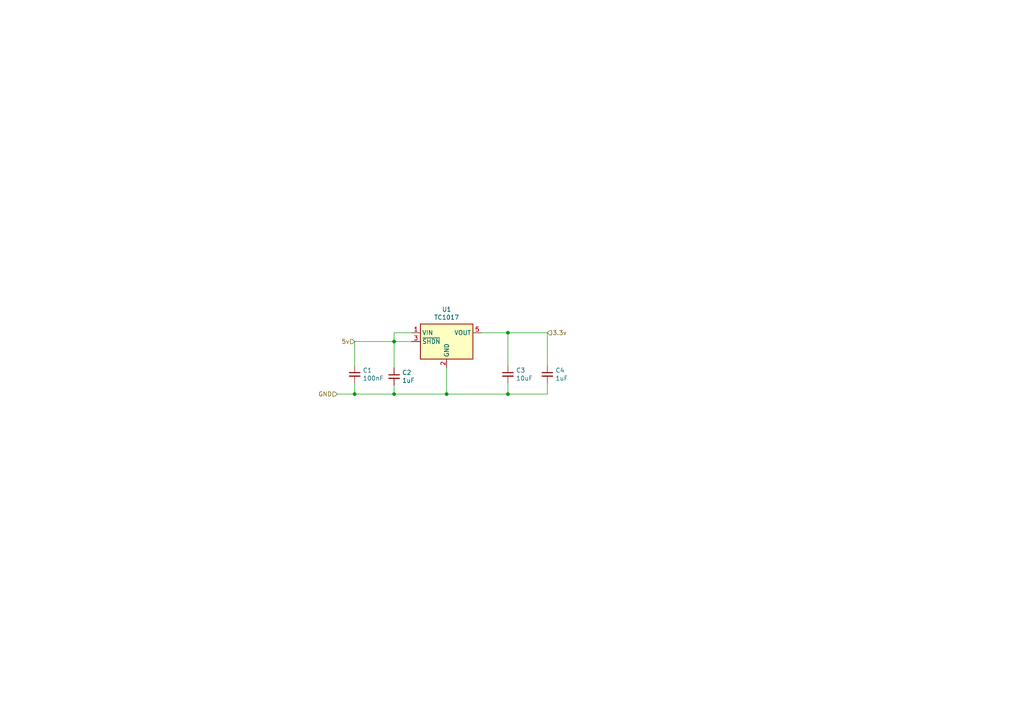
<source format=kicad_sch>
(kicad_sch (version 20211123) (generator eeschema)

  (uuid 1895faed-13c7-4877-930c-ef39a1d7419c)

  (paper "A4")

  (lib_symbols
    (symbol "Device:C_Small" (pin_numbers hide) (pin_names (offset 0.254) hide) (in_bom yes) (on_board yes)
      (property "Reference" "C" (id 0) (at 0.254 1.778 0)
        (effects (font (size 1.27 1.27)) (justify left))
      )
      (property "Value" "C_Small" (id 1) (at 0.254 -2.032 0)
        (effects (font (size 1.27 1.27)) (justify left))
      )
      (property "Footprint" "" (id 2) (at 0 0 0)
        (effects (font (size 1.27 1.27)) hide)
      )
      (property "Datasheet" "~" (id 3) (at 0 0 0)
        (effects (font (size 1.27 1.27)) hide)
      )
      (property "ki_keywords" "capacitor cap" (id 4) (at 0 0 0)
        (effects (font (size 1.27 1.27)) hide)
      )
      (property "ki_description" "Unpolarized capacitor, small symbol" (id 5) (at 0 0 0)
        (effects (font (size 1.27 1.27)) hide)
      )
      (property "ki_fp_filters" "C_*" (id 6) (at 0 0 0)
        (effects (font (size 1.27 1.27)) hide)
      )
      (symbol "C_Small_0_1"
        (polyline
          (pts
            (xy -1.524 -0.508)
            (xy 1.524 -0.508)
          )
          (stroke (width 0.3302) (type default) (color 0 0 0 0))
          (fill (type none))
        )
        (polyline
          (pts
            (xy -1.524 0.508)
            (xy 1.524 0.508)
          )
          (stroke (width 0.3048) (type default) (color 0 0 0 0))
          (fill (type none))
        )
      )
      (symbol "C_Small_1_1"
        (pin passive line (at 0 2.54 270) (length 2.032)
          (name "~" (effects (font (size 1.27 1.27))))
          (number "1" (effects (font (size 1.27 1.27))))
        )
        (pin passive line (at 0 -2.54 90) (length 2.032)
          (name "~" (effects (font (size 1.27 1.27))))
          (number "2" (effects (font (size 1.27 1.27))))
        )
      )
    )
    (symbol "Regulator_Linear:TC1017-xCT" (in_bom yes) (on_board yes)
      (property "Reference" "U" (id 0) (at -6.35 6.35 0)
        (effects (font (size 1.27 1.27)) (justify left))
      )
      (property "Value" "TC1017-xCT" (id 1) (at 0 6.35 0)
        (effects (font (size 1.27 1.27)) (justify left))
      )
      (property "Footprint" "Package_TO_SOT_SMD:SOT-23-5" (id 2) (at -6.35 8.89 0)
        (effects (font (size 1.27 1.27) italic) (justify left) hide)
      )
      (property "Datasheet" "http://ww1.microchip.com/downloads/en/DeviceDoc/21813F.pdf" (id 3) (at 0 -2.54 0)
        (effects (font (size 1.27 1.27)) hide)
      )
      (property "ki_keywords" "LDO Linear Voltage Regulator" (id 4) (at 0 0 0)
        (effects (font (size 1.27 1.27)) hide)
      )
      (property "ki_description" "150mA, Tiny CMOS LDO With Shutdown, SOT-23-5" (id 5) (at 0 0 0)
        (effects (font (size 1.27 1.27)) hide)
      )
      (property "ki_fp_filters" "SOT?23*" (id 6) (at 0 0 0)
        (effects (font (size 1.27 1.27)) hide)
      )
      (symbol "TC1017-xCT_0_1"
        (rectangle (start -7.62 5.08) (end 7.62 -5.08)
          (stroke (width 0.254) (type default) (color 0 0 0 0))
          (fill (type background))
        )
      )
      (symbol "TC1017-xCT_1_1"
        (pin power_in line (at -10.16 2.54 0) (length 2.54)
          (name "VIN" (effects (font (size 1.27 1.27))))
          (number "1" (effects (font (size 1.27 1.27))))
        )
        (pin power_in line (at 0 -7.62 90) (length 2.54)
          (name "GND" (effects (font (size 1.27 1.27))))
          (number "2" (effects (font (size 1.27 1.27))))
        )
        (pin input line (at -10.16 0 0) (length 2.54)
          (name "~{SHDN}" (effects (font (size 1.27 1.27))))
          (number "3" (effects (font (size 1.27 1.27))))
        )
        (pin no_connect line (at 7.62 0 180) (length 2.54) hide
          (name "NC" (effects (font (size 1.27 1.27))))
          (number "4" (effects (font (size 1.27 1.27))))
        )
        (pin power_out line (at 10.16 2.54 180) (length 2.54)
          (name "VOUT" (effects (font (size 1.27 1.27))))
          (number "5" (effects (font (size 1.27 1.27))))
        )
      )
    )
  )

  (junction (at 114.3 99.06) (diameter 0) (color 0 0 0 0)
    (uuid ab46e378-b286-463f-b198-fa1b292e001f)
  )
  (junction (at 147.32 114.3) (diameter 0) (color 0 0 0 0)
    (uuid b30d4eb5-ff8e-4206-8644-40b52649a535)
  )
  (junction (at 129.54 114.3) (diameter 0) (color 0 0 0 0)
    (uuid d276e2cf-6173-486b-8b7f-1486f4217384)
  )
  (junction (at 114.3 114.3) (diameter 0) (color 0 0 0 0)
    (uuid e017670f-3592-40f0-bb60-2fa9132c8497)
  )
  (junction (at 147.32 96.52) (diameter 0) (color 0 0 0 0)
    (uuid ef3840ac-f4f1-40a5-8563-3ff8f7e54123)
  )
  (junction (at 102.87 114.3) (diameter 0) (color 0 0 0 0)
    (uuid fa4c1f79-fc55-46e3-a5ff-78d3f6946920)
  )

  (wire (pts (xy 114.3 111.76) (xy 114.3 114.3))
    (stroke (width 0) (type default) (color 0 0 0 0))
    (uuid 2ef7510f-f9ae-4dfe-8255-386b9e100385)
  )
  (wire (pts (xy 158.75 96.52) (xy 158.75 106.045))
    (stroke (width 0) (type default) (color 0 0 0 0))
    (uuid 35b8fd41-d4cf-46cd-ba4b-cf5b0b8a2711)
  )
  (wire (pts (xy 147.32 114.3) (xy 158.75 114.3))
    (stroke (width 0) (type default) (color 0 0 0 0))
    (uuid 380e0bf5-b23a-442e-a3a3-0abca464b8d9)
  )
  (wire (pts (xy 102.87 99.06) (xy 114.3 99.06))
    (stroke (width 0) (type default) (color 0 0 0 0))
    (uuid 4a33de7a-594e-4871-8e39-80f30fa6c14d)
  )
  (wire (pts (xy 158.75 111.125) (xy 158.75 114.3))
    (stroke (width 0) (type default) (color 0 0 0 0))
    (uuid 4e600505-e989-4e56-857c-17198cc3e53f)
  )
  (wire (pts (xy 114.3 99.06) (xy 114.3 106.68))
    (stroke (width 0) (type default) (color 0 0 0 0))
    (uuid 6c363123-5120-4033-ba14-15f874bebf6c)
  )
  (wire (pts (xy 102.87 106.045) (xy 102.87 99.06))
    (stroke (width 0) (type default) (color 0 0 0 0))
    (uuid 6cce6a3c-9c7f-479f-ada7-0e0f547c68a3)
  )
  (wire (pts (xy 129.54 114.3) (xy 147.32 114.3))
    (stroke (width 0) (type default) (color 0 0 0 0))
    (uuid 76c0afeb-953e-49fc-baf9-03334792c6d8)
  )
  (wire (pts (xy 102.87 111.125) (xy 102.87 114.3))
    (stroke (width 0) (type default) (color 0 0 0 0))
    (uuid 822924c9-7b9e-42c7-a8fc-24856468cc9f)
  )
  (wire (pts (xy 129.54 106.68) (xy 129.54 114.3))
    (stroke (width 0) (type default) (color 0 0 0 0))
    (uuid 99387540-144d-44ae-b1f8-9b6f3117c23a)
  )
  (wire (pts (xy 147.32 96.52) (xy 158.75 96.52))
    (stroke (width 0) (type default) (color 0 0 0 0))
    (uuid b4305404-5524-4a09-bdc5-e59c3a953bac)
  )
  (wire (pts (xy 119.38 96.52) (xy 114.3 96.52))
    (stroke (width 0) (type default) (color 0 0 0 0))
    (uuid c9958cea-170a-4698-badd-330de72451c0)
  )
  (wire (pts (xy 147.32 106.045) (xy 147.32 96.52))
    (stroke (width 0) (type default) (color 0 0 0 0))
    (uuid ca323807-5fef-41b3-a42e-7852c8659eb4)
  )
  (wire (pts (xy 114.3 114.3) (xy 129.54 114.3))
    (stroke (width 0) (type default) (color 0 0 0 0))
    (uuid ce244eb7-1d1b-4782-8c68-9e27e38948a4)
  )
  (wire (pts (xy 114.3 99.06) (xy 119.38 99.06))
    (stroke (width 0) (type default) (color 0 0 0 0))
    (uuid ce617236-adf4-482d-8197-54f068b7b0a7)
  )
  (wire (pts (xy 114.3 99.06) (xy 114.3 96.52))
    (stroke (width 0) (type default) (color 0 0 0 0))
    (uuid ce626b2c-3c37-4642-890a-cd41d9390be9)
  )
  (wire (pts (xy 97.79 114.3) (xy 102.87 114.3))
    (stroke (width 0) (type default) (color 0 0 0 0))
    (uuid d078f526-7973-47d4-8197-6fab44009dfb)
  )
  (wire (pts (xy 102.87 114.3) (xy 114.3 114.3))
    (stroke (width 0) (type default) (color 0 0 0 0))
    (uuid e89bedc7-bc83-4ac6-8c6d-c896b30bb728)
  )
  (wire (pts (xy 147.32 111.125) (xy 147.32 114.3))
    (stroke (width 0) (type default) (color 0 0 0 0))
    (uuid e9af515e-49a8-4391-878d-7cab2ced27ff)
  )
  (wire (pts (xy 139.7 96.52) (xy 147.32 96.52))
    (stroke (width 0) (type default) (color 0 0 0 0))
    (uuid ea24a7b3-5b38-412f-807a-64d76cd204ca)
  )

  (hierarchical_label "3.3v" (shape input) (at 158.75 96.52 0)
    (effects (font (size 1.27 1.27)) (justify left))
    (uuid 37d7638c-c1ed-494b-a661-a246a336138a)
  )
  (hierarchical_label "GND" (shape input) (at 97.79 114.3 180)
    (effects (font (size 1.27 1.27)) (justify right))
    (uuid b8e6958c-b0ff-4d34-bae2-4878bfb278a2)
  )
  (hierarchical_label "5v" (shape input) (at 102.87 99.06 180)
    (effects (font (size 1.27 1.27)) (justify right))
    (uuid f13ab64d-0f6a-45e6-a621-cbd11b60179d)
  )

  (symbol (lib_id "Device:C_Small") (at 158.75 108.585 0) (unit 1)
    (in_bom yes) (on_board yes)
    (uuid 196d1b70-9b37-46c7-aa9e-b41abaaa8c23)
    (property "Reference" "C4" (id 0) (at 161.0868 107.4166 0)
      (effects (font (size 1.27 1.27)) (justify left))
    )
    (property "Value" "1uF" (id 1) (at 161.0868 109.728 0)
      (effects (font (size 1.27 1.27)) (justify left))
    )
    (property "Footprint" "Capacitor_SMD:C_0603_1608Metric" (id 2) (at 158.75 108.585 0)
      (effects (font (size 1.27 1.27)) hide)
    )
    (property "Datasheet" "~" (id 3) (at 158.75 108.585 0)
      (effects (font (size 1.27 1.27)) hide)
    )
    (pin "1" (uuid 8ca94593-fae4-4e27-8e47-a1ebb5408ce2))
    (pin "2" (uuid 487d3a00-51ed-49de-86ca-2ccd7978cdde))
  )

  (symbol (lib_id "Regulator_Linear:TC1017-xCT") (at 129.54 99.06 0) (unit 1)
    (in_bom yes) (on_board yes)
    (uuid 673b772a-b7c6-480f-97cf-a61f161efbae)
    (property "Reference" "U1" (id 0) (at 129.54 89.7382 0))
    (property "Value" "TC1017" (id 1) (at 129.54 92.0496 0))
    (property "Footprint" "Package_TO_SOT_SMD:SOT-23-5" (id 2) (at 123.19 90.17 0)
      (effects (font (size 1.27 1.27) italic) (justify left) hide)
    )
    (property "Datasheet" "http://ww1.microchip.com/downloads/en/DeviceDoc/21813F.pdf" (id 3) (at 129.54 101.6 0)
      (effects (font (size 1.27 1.27)) hide)
    )
    (property "MPN" "TC1017-3.3VCTTR" (id 4) (at 129.54 99.06 0)
      (effects (font (size 1.27 1.27)) hide)
    )
    (property "Digi-Key_PN" "TC1017-3.3VCTCT-ND" (id 5) (at 129.54 99.06 0)
      (effects (font (size 1.27 1.27)) hide)
    )
    (pin "1" (uuid 48c4b97e-b889-46d9-a3a6-42ba55a4db2e))
    (pin "2" (uuid 49f353e6-cd7a-4df7-8f7c-86f81c4a39b2))
    (pin "3" (uuid 2a17e0de-8ae3-469a-a375-39a9ed88a8fa))
    (pin "4" (uuid cee2a27f-992e-4b81-8f94-89480b79f4cd))
    (pin "5" (uuid 7893a606-170c-47b5-ba21-c7c4c2383e54))
  )

  (symbol (lib_id "Device:C_Small") (at 102.87 108.585 0) (unit 1)
    (in_bom yes) (on_board yes)
    (uuid 6bb5ca5c-7415-42a9-985b-09c137966385)
    (property "Reference" "C1" (id 0) (at 105.2068 107.4166 0)
      (effects (font (size 1.27 1.27)) (justify left))
    )
    (property "Value" "100nF" (id 1) (at 105.2068 109.728 0)
      (effects (font (size 1.27 1.27)) (justify left))
    )
    (property "Footprint" "Capacitor_SMD:C_0603_1608Metric" (id 2) (at 102.87 108.585 0)
      (effects (font (size 1.27 1.27)) hide)
    )
    (property "Datasheet" "~" (id 3) (at 102.87 108.585 0)
      (effects (font (size 1.27 1.27)) hide)
    )
    (pin "1" (uuid bd3f788d-59f0-4711-a8a9-d4ed5390f57a))
    (pin "2" (uuid ed14dde3-2d23-4eb3-a247-24e52db108f2))
  )

  (symbol (lib_id "Device:C_Small") (at 114.3 109.22 0) (unit 1)
    (in_bom yes) (on_board yes)
    (uuid bf4bdb44-1ce9-4d84-9dc1-aaed43a588f1)
    (property "Reference" "C2" (id 0) (at 116.6368 108.0516 0)
      (effects (font (size 1.27 1.27)) (justify left))
    )
    (property "Value" "1uF" (id 1) (at 116.6368 110.363 0)
      (effects (font (size 1.27 1.27)) (justify left))
    )
    (property "Footprint" "Capacitor_SMD:C_0603_1608Metric" (id 2) (at 114.3 109.22 0)
      (effects (font (size 1.27 1.27)) hide)
    )
    (property "Datasheet" "~" (id 3) (at 114.3 109.22 0)
      (effects (font (size 1.27 1.27)) hide)
    )
    (pin "1" (uuid 5df660f0-9cf5-4f31-a78e-624aabcd8a5f))
    (pin "2" (uuid 8b4b48ad-ad6c-4c85-ab3a-521bfb3e80d3))
  )

  (symbol (lib_id "Device:C_Small") (at 147.32 108.585 0) (unit 1)
    (in_bom yes) (on_board yes)
    (uuid dd34b7a6-8448-4c7f-81f6-a8e49de64a92)
    (property "Reference" "C3" (id 0) (at 149.6568 107.4166 0)
      (effects (font (size 1.27 1.27)) (justify left))
    )
    (property "Value" "10uF" (id 1) (at 149.6568 109.728 0)
      (effects (font (size 1.27 1.27)) (justify left))
    )
    (property "Footprint" "Capacitor_SMD:C_0603_1608Metric" (id 2) (at 147.32 108.585 0)
      (effects (font (size 1.27 1.27)) hide)
    )
    (property "Datasheet" "~" (id 3) (at 147.32 108.585 0)
      (effects (font (size 1.27 1.27)) hide)
    )
    (pin "1" (uuid 6de6109d-3d17-41b1-b06e-2589bcad1fa7))
    (pin "2" (uuid a5049ae6-8417-4c06-a0af-0592b59935c4))
  )
)

</source>
